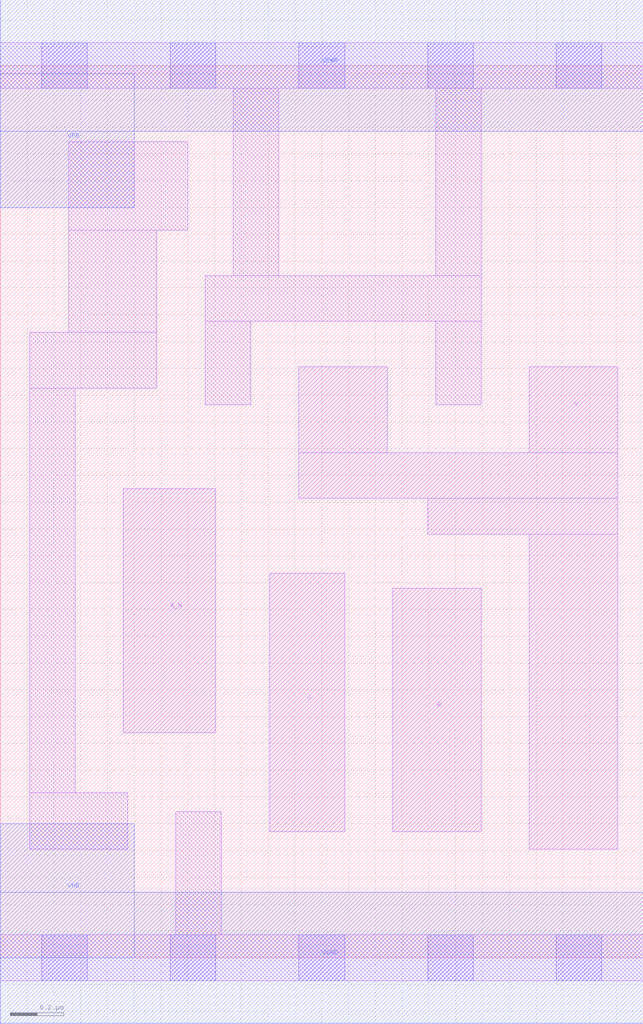
<source format=lef>
# Copyright 2020 The SkyWater PDK Authors
#
# Licensed under the Apache License, Version 2.0 (the "License");
# you may not use this file except in compliance with the License.
# You may obtain a copy of the License at
#
#     https://www.apache.org/licenses/LICENSE-2.0
#
# Unless required by applicable law or agreed to in writing, software
# distributed under the License is distributed on an "AS IS" BASIS,
# WITHOUT WARRANTIES OR CONDITIONS OF ANY KIND, either express or implied.
# See the License for the specific language governing permissions and
# limitations under the License.
#
# SPDX-License-Identifier: Apache-2.0

VERSION 5.5 ;
NAMESCASESENSITIVE ON ;
BUSBITCHARS "[]" ;
DIVIDERCHAR "/" ;
MACRO sky130_fd_sc_lp__nand3b_m
  CLASS CORE ;
  SOURCE USER ;
  ORIGIN  0.000000  0.000000 ;
  SIZE  2.400000 BY  3.330000 ;
  SYMMETRY X Y R90 ;
  SITE unit ;
  PIN A_N
    ANTENNAGATEAREA  0.126000 ;
    DIRECTION INPUT ;
    USE SIGNAL ;
    PORT
      LAYER li1 ;
        RECT 0.460000 0.840000 0.805000 1.750000 ;
    END
  END A_N
  PIN B
    ANTENNAGATEAREA  0.126000 ;
    DIRECTION INPUT ;
    USE SIGNAL ;
    PORT
      LAYER li1 ;
        RECT 1.465000 0.470000 1.795000 1.380000 ;
    END
  END B
  PIN C
    ANTENNAGATEAREA  0.126000 ;
    DIRECTION INPUT ;
    USE SIGNAL ;
    PORT
      LAYER li1 ;
        RECT 1.005000 0.470000 1.285000 1.435000 ;
    END
  END C
  PIN Y
    ANTENNADIFFAREA  0.350700 ;
    DIRECTION OUTPUT ;
    USE SIGNAL ;
    PORT
      LAYER li1 ;
        RECT 1.115000 1.715000 2.305000 1.885000 ;
        RECT 1.115000 1.885000 1.445000 2.205000 ;
        RECT 1.595000 1.580000 2.305000 1.715000 ;
        RECT 1.975000 0.405000 2.305000 1.580000 ;
        RECT 1.975000 1.885000 2.305000 2.205000 ;
    END
  END Y
  PIN VGND
    DIRECTION INOUT ;
    USE GROUND ;
    PORT
      LAYER met1 ;
        RECT 0.000000 -0.245000 2.400000 0.245000 ;
    END
  END VGND
  PIN VNB
    DIRECTION INOUT ;
    USE GROUND ;
    PORT
      LAYER met1 ;
        RECT 0.000000 0.000000 0.500000 0.500000 ;
    END
  END VNB
  PIN VPB
    DIRECTION INOUT ;
    USE POWER ;
    PORT
      LAYER met1 ;
        RECT 0.000000 2.800000 0.500000 3.300000 ;
    END
  END VPB
  PIN VPWR
    DIRECTION INOUT ;
    USE POWER ;
    PORT
      LAYER met1 ;
        RECT 0.000000 3.085000 2.400000 3.575000 ;
    END
  END VPWR
  OBS
    LAYER li1 ;
      RECT 0.000000 -0.085000 2.400000 0.085000 ;
      RECT 0.000000  3.245000 2.400000 3.415000 ;
      RECT 0.110000  0.405000 0.475000 0.615000 ;
      RECT 0.110000  0.615000 0.280000 2.125000 ;
      RECT 0.110000  2.125000 0.585000 2.335000 ;
      RECT 0.255000  2.335000 0.585000 2.715000 ;
      RECT 0.255000  2.715000 0.700000 3.045000 ;
      RECT 0.655000  0.085000 0.825000 0.545000 ;
      RECT 0.765000  2.065000 0.935000 2.375000 ;
      RECT 0.765000  2.375000 1.795000 2.545000 ;
      RECT 0.870000  2.545000 1.040000 3.245000 ;
      RECT 1.625000  2.065000 1.795000 2.375000 ;
      RECT 1.625000  2.545000 1.795000 3.245000 ;
    LAYER mcon ;
      RECT 0.155000 -0.085000 0.325000 0.085000 ;
      RECT 0.155000  3.245000 0.325000 3.415000 ;
      RECT 0.635000 -0.085000 0.805000 0.085000 ;
      RECT 0.635000  3.245000 0.805000 3.415000 ;
      RECT 1.115000 -0.085000 1.285000 0.085000 ;
      RECT 1.115000  3.245000 1.285000 3.415000 ;
      RECT 1.595000 -0.085000 1.765000 0.085000 ;
      RECT 1.595000  3.245000 1.765000 3.415000 ;
      RECT 2.075000 -0.085000 2.245000 0.085000 ;
      RECT 2.075000  3.245000 2.245000 3.415000 ;
  END
END sky130_fd_sc_lp__nand3b_m

</source>
